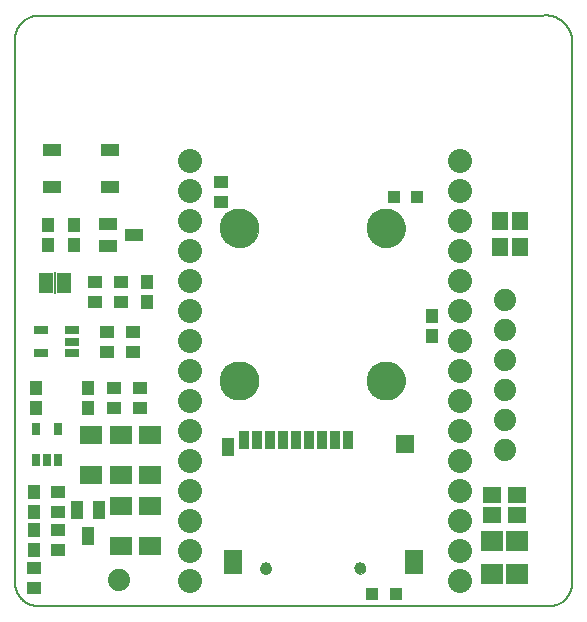
<source format=gts>
G75*
%MOIN*%
%OFA0B0*%
%FSLAX25Y25*%
%IPPOS*%
%LPD*%
%AMOC8*
5,1,8,0,0,1.08239X$1,22.5*
%
%ADD10C,0.00700*%
%ADD11C,0.00000*%
%ADD12C,0.12998*%
%ADD13R,0.06306X0.05518*%
%ADD14R,0.03400X0.06400*%
%ADD15R,0.04400X0.06400*%
%ADD16R,0.06400X0.08400*%
%ADD17R,0.06400X0.06400*%
%ADD18C,0.03900*%
%ADD19R,0.06306X0.04337*%
%ADD20R,0.05518X0.06306*%
%ADD21R,0.04731X0.04337*%
%ADD22C,0.08000*%
%ADD23R,0.07487X0.06699*%
%ADD24R,0.04337X0.04731*%
%ADD25R,0.05124X0.02762*%
%ADD26R,0.03117X0.04298*%
%ADD27R,0.04337X0.05912*%
%ADD28R,0.07487X0.05912*%
%ADD29C,0.07400*%
%ADD30R,0.05912X0.04337*%
%ADD31R,0.04337X0.04337*%
%ADD32R,0.05000X0.06700*%
%ADD33R,0.00600X0.07200*%
D10*
X0016222Y0028529D02*
X0186207Y0028529D01*
X0186397Y0028531D01*
X0186587Y0028538D01*
X0186777Y0028550D01*
X0186967Y0028566D01*
X0187156Y0028586D01*
X0187345Y0028612D01*
X0187533Y0028641D01*
X0187720Y0028676D01*
X0187906Y0028715D01*
X0188091Y0028758D01*
X0188276Y0028806D01*
X0188459Y0028858D01*
X0188640Y0028914D01*
X0188820Y0028975D01*
X0188999Y0029041D01*
X0189176Y0029110D01*
X0189352Y0029184D01*
X0189525Y0029262D01*
X0189697Y0029345D01*
X0189866Y0029431D01*
X0190034Y0029521D01*
X0190199Y0029616D01*
X0190362Y0029714D01*
X0190522Y0029817D01*
X0190680Y0029923D01*
X0190835Y0030033D01*
X0190988Y0030146D01*
X0191138Y0030264D01*
X0191284Y0030385D01*
X0191428Y0030509D01*
X0191569Y0030637D01*
X0191707Y0030768D01*
X0191842Y0030903D01*
X0191973Y0031041D01*
X0192101Y0031182D01*
X0192225Y0031326D01*
X0192346Y0031472D01*
X0192464Y0031622D01*
X0192577Y0031775D01*
X0192687Y0031930D01*
X0192793Y0032088D01*
X0192896Y0032248D01*
X0192994Y0032411D01*
X0193089Y0032576D01*
X0193179Y0032744D01*
X0193265Y0032913D01*
X0193348Y0033085D01*
X0193426Y0033258D01*
X0193500Y0033434D01*
X0193569Y0033611D01*
X0193635Y0033790D01*
X0193696Y0033970D01*
X0193752Y0034151D01*
X0193804Y0034334D01*
X0193852Y0034519D01*
X0193895Y0034704D01*
X0193934Y0034890D01*
X0193969Y0035077D01*
X0193998Y0035265D01*
X0194024Y0035454D01*
X0194044Y0035643D01*
X0194060Y0035833D01*
X0194072Y0036023D01*
X0194079Y0036213D01*
X0194081Y0036403D01*
X0194081Y0217506D01*
X0194080Y0217505D02*
X0194054Y0217719D01*
X0194023Y0217932D01*
X0193986Y0218144D01*
X0193944Y0218356D01*
X0193897Y0218566D01*
X0193845Y0218775D01*
X0193788Y0218983D01*
X0193726Y0219189D01*
X0193659Y0219394D01*
X0193588Y0219597D01*
X0193511Y0219798D01*
X0193429Y0219997D01*
X0193343Y0220195D01*
X0193252Y0220390D01*
X0193156Y0220583D01*
X0193055Y0220773D01*
X0192950Y0220961D01*
X0192841Y0221147D01*
X0192727Y0221329D01*
X0192608Y0221509D01*
X0192486Y0221686D01*
X0192359Y0221860D01*
X0192228Y0222031D01*
X0192092Y0222199D01*
X0191953Y0222363D01*
X0191810Y0222524D01*
X0191663Y0222682D01*
X0191512Y0222835D01*
X0191358Y0222986D01*
X0191200Y0223132D01*
X0191038Y0223275D01*
X0190874Y0223413D01*
X0190705Y0223548D01*
X0190534Y0223678D01*
X0190360Y0223804D01*
X0190182Y0223926D01*
X0190002Y0224044D01*
X0189818Y0224157D01*
X0189633Y0224266D01*
X0189444Y0224371D01*
X0189253Y0224470D01*
X0189060Y0224565D01*
X0188864Y0224656D01*
X0188667Y0224741D01*
X0188467Y0224822D01*
X0188266Y0224898D01*
X0188062Y0224969D01*
X0187857Y0225035D01*
X0187651Y0225097D01*
X0187443Y0225153D01*
X0187234Y0225204D01*
X0187023Y0225250D01*
X0186812Y0225291D01*
X0186599Y0225327D01*
X0186386Y0225358D01*
X0186172Y0225383D01*
X0185958Y0225404D01*
X0185743Y0225419D01*
X0185528Y0225429D01*
X0185313Y0225434D01*
X0185097Y0225433D01*
X0184882Y0225428D01*
X0184667Y0225417D01*
X0184452Y0225401D01*
X0184238Y0225379D01*
X0184238Y0225380D02*
X0016222Y0225380D01*
X0016032Y0225378D01*
X0015842Y0225371D01*
X0015652Y0225359D01*
X0015462Y0225343D01*
X0015273Y0225323D01*
X0015084Y0225297D01*
X0014896Y0225268D01*
X0014709Y0225233D01*
X0014523Y0225194D01*
X0014338Y0225151D01*
X0014153Y0225103D01*
X0013970Y0225051D01*
X0013789Y0224995D01*
X0013609Y0224934D01*
X0013430Y0224868D01*
X0013253Y0224799D01*
X0013077Y0224725D01*
X0012904Y0224647D01*
X0012732Y0224564D01*
X0012563Y0224478D01*
X0012395Y0224388D01*
X0012230Y0224293D01*
X0012067Y0224195D01*
X0011907Y0224092D01*
X0011749Y0223986D01*
X0011594Y0223876D01*
X0011441Y0223763D01*
X0011291Y0223645D01*
X0011145Y0223524D01*
X0011001Y0223400D01*
X0010860Y0223272D01*
X0010722Y0223141D01*
X0010587Y0223006D01*
X0010456Y0222868D01*
X0010328Y0222727D01*
X0010204Y0222583D01*
X0010083Y0222437D01*
X0009965Y0222287D01*
X0009852Y0222134D01*
X0009742Y0221979D01*
X0009636Y0221821D01*
X0009533Y0221661D01*
X0009435Y0221498D01*
X0009340Y0221333D01*
X0009250Y0221165D01*
X0009164Y0220996D01*
X0009081Y0220824D01*
X0009003Y0220651D01*
X0008929Y0220475D01*
X0008860Y0220298D01*
X0008794Y0220119D01*
X0008733Y0219939D01*
X0008677Y0219758D01*
X0008625Y0219575D01*
X0008577Y0219390D01*
X0008534Y0219205D01*
X0008495Y0219019D01*
X0008460Y0218832D01*
X0008431Y0218644D01*
X0008405Y0218455D01*
X0008385Y0218266D01*
X0008369Y0218076D01*
X0008357Y0217886D01*
X0008350Y0217696D01*
X0008348Y0217506D01*
X0008348Y0036403D01*
X0008350Y0036213D01*
X0008357Y0036023D01*
X0008369Y0035833D01*
X0008385Y0035643D01*
X0008405Y0035454D01*
X0008431Y0035265D01*
X0008460Y0035077D01*
X0008495Y0034890D01*
X0008534Y0034704D01*
X0008577Y0034519D01*
X0008625Y0034334D01*
X0008677Y0034151D01*
X0008733Y0033970D01*
X0008794Y0033790D01*
X0008860Y0033611D01*
X0008929Y0033434D01*
X0009003Y0033258D01*
X0009081Y0033085D01*
X0009164Y0032913D01*
X0009250Y0032744D01*
X0009340Y0032576D01*
X0009435Y0032411D01*
X0009533Y0032248D01*
X0009636Y0032088D01*
X0009742Y0031930D01*
X0009852Y0031775D01*
X0009965Y0031622D01*
X0010083Y0031472D01*
X0010204Y0031326D01*
X0010328Y0031182D01*
X0010456Y0031041D01*
X0010587Y0030903D01*
X0010722Y0030768D01*
X0010860Y0030637D01*
X0011001Y0030509D01*
X0011145Y0030385D01*
X0011291Y0030264D01*
X0011441Y0030146D01*
X0011594Y0030033D01*
X0011749Y0029923D01*
X0011907Y0029817D01*
X0012067Y0029714D01*
X0012230Y0029616D01*
X0012395Y0029521D01*
X0012563Y0029431D01*
X0012732Y0029345D01*
X0012904Y0029262D01*
X0013077Y0029184D01*
X0013253Y0029110D01*
X0013430Y0029041D01*
X0013609Y0028975D01*
X0013789Y0028914D01*
X0013970Y0028858D01*
X0014153Y0028806D01*
X0014338Y0028758D01*
X0014523Y0028715D01*
X0014709Y0028676D01*
X0014896Y0028641D01*
X0015084Y0028612D01*
X0015273Y0028586D01*
X0015462Y0028566D01*
X0015652Y0028550D01*
X0015842Y0028538D01*
X0016032Y0028531D01*
X0016222Y0028529D01*
D11*
X0076853Y0103726D02*
X0076855Y0103884D01*
X0076861Y0104042D01*
X0076871Y0104200D01*
X0076885Y0104358D01*
X0076903Y0104515D01*
X0076924Y0104672D01*
X0076950Y0104828D01*
X0076980Y0104984D01*
X0077013Y0105139D01*
X0077051Y0105292D01*
X0077092Y0105445D01*
X0077137Y0105597D01*
X0077186Y0105748D01*
X0077239Y0105897D01*
X0077295Y0106045D01*
X0077355Y0106191D01*
X0077419Y0106336D01*
X0077487Y0106479D01*
X0077558Y0106621D01*
X0077632Y0106761D01*
X0077710Y0106898D01*
X0077792Y0107034D01*
X0077876Y0107168D01*
X0077965Y0107299D01*
X0078056Y0107428D01*
X0078151Y0107555D01*
X0078248Y0107680D01*
X0078349Y0107802D01*
X0078453Y0107921D01*
X0078560Y0108038D01*
X0078670Y0108152D01*
X0078783Y0108263D01*
X0078898Y0108372D01*
X0079016Y0108477D01*
X0079137Y0108579D01*
X0079260Y0108679D01*
X0079386Y0108775D01*
X0079514Y0108868D01*
X0079644Y0108958D01*
X0079777Y0109044D01*
X0079912Y0109128D01*
X0080048Y0109207D01*
X0080187Y0109284D01*
X0080328Y0109356D01*
X0080470Y0109426D01*
X0080614Y0109491D01*
X0080760Y0109553D01*
X0080907Y0109611D01*
X0081056Y0109666D01*
X0081206Y0109717D01*
X0081357Y0109764D01*
X0081509Y0109807D01*
X0081662Y0109846D01*
X0081817Y0109882D01*
X0081972Y0109913D01*
X0082128Y0109941D01*
X0082284Y0109965D01*
X0082441Y0109985D01*
X0082599Y0110001D01*
X0082756Y0110013D01*
X0082915Y0110021D01*
X0083073Y0110025D01*
X0083231Y0110025D01*
X0083389Y0110021D01*
X0083548Y0110013D01*
X0083705Y0110001D01*
X0083863Y0109985D01*
X0084020Y0109965D01*
X0084176Y0109941D01*
X0084332Y0109913D01*
X0084487Y0109882D01*
X0084642Y0109846D01*
X0084795Y0109807D01*
X0084947Y0109764D01*
X0085098Y0109717D01*
X0085248Y0109666D01*
X0085397Y0109611D01*
X0085544Y0109553D01*
X0085690Y0109491D01*
X0085834Y0109426D01*
X0085976Y0109356D01*
X0086117Y0109284D01*
X0086256Y0109207D01*
X0086392Y0109128D01*
X0086527Y0109044D01*
X0086660Y0108958D01*
X0086790Y0108868D01*
X0086918Y0108775D01*
X0087044Y0108679D01*
X0087167Y0108579D01*
X0087288Y0108477D01*
X0087406Y0108372D01*
X0087521Y0108263D01*
X0087634Y0108152D01*
X0087744Y0108038D01*
X0087851Y0107921D01*
X0087955Y0107802D01*
X0088056Y0107680D01*
X0088153Y0107555D01*
X0088248Y0107428D01*
X0088339Y0107299D01*
X0088428Y0107168D01*
X0088512Y0107034D01*
X0088594Y0106898D01*
X0088672Y0106761D01*
X0088746Y0106621D01*
X0088817Y0106479D01*
X0088885Y0106336D01*
X0088949Y0106191D01*
X0089009Y0106045D01*
X0089065Y0105897D01*
X0089118Y0105748D01*
X0089167Y0105597D01*
X0089212Y0105445D01*
X0089253Y0105292D01*
X0089291Y0105139D01*
X0089324Y0104984D01*
X0089354Y0104828D01*
X0089380Y0104672D01*
X0089401Y0104515D01*
X0089419Y0104358D01*
X0089433Y0104200D01*
X0089443Y0104042D01*
X0089449Y0103884D01*
X0089451Y0103726D01*
X0089449Y0103568D01*
X0089443Y0103410D01*
X0089433Y0103252D01*
X0089419Y0103094D01*
X0089401Y0102937D01*
X0089380Y0102780D01*
X0089354Y0102624D01*
X0089324Y0102468D01*
X0089291Y0102313D01*
X0089253Y0102160D01*
X0089212Y0102007D01*
X0089167Y0101855D01*
X0089118Y0101704D01*
X0089065Y0101555D01*
X0089009Y0101407D01*
X0088949Y0101261D01*
X0088885Y0101116D01*
X0088817Y0100973D01*
X0088746Y0100831D01*
X0088672Y0100691D01*
X0088594Y0100554D01*
X0088512Y0100418D01*
X0088428Y0100284D01*
X0088339Y0100153D01*
X0088248Y0100024D01*
X0088153Y0099897D01*
X0088056Y0099772D01*
X0087955Y0099650D01*
X0087851Y0099531D01*
X0087744Y0099414D01*
X0087634Y0099300D01*
X0087521Y0099189D01*
X0087406Y0099080D01*
X0087288Y0098975D01*
X0087167Y0098873D01*
X0087044Y0098773D01*
X0086918Y0098677D01*
X0086790Y0098584D01*
X0086660Y0098494D01*
X0086527Y0098408D01*
X0086392Y0098324D01*
X0086256Y0098245D01*
X0086117Y0098168D01*
X0085976Y0098096D01*
X0085834Y0098026D01*
X0085690Y0097961D01*
X0085544Y0097899D01*
X0085397Y0097841D01*
X0085248Y0097786D01*
X0085098Y0097735D01*
X0084947Y0097688D01*
X0084795Y0097645D01*
X0084642Y0097606D01*
X0084487Y0097570D01*
X0084332Y0097539D01*
X0084176Y0097511D01*
X0084020Y0097487D01*
X0083863Y0097467D01*
X0083705Y0097451D01*
X0083548Y0097439D01*
X0083389Y0097431D01*
X0083231Y0097427D01*
X0083073Y0097427D01*
X0082915Y0097431D01*
X0082756Y0097439D01*
X0082599Y0097451D01*
X0082441Y0097467D01*
X0082284Y0097487D01*
X0082128Y0097511D01*
X0081972Y0097539D01*
X0081817Y0097570D01*
X0081662Y0097606D01*
X0081509Y0097645D01*
X0081357Y0097688D01*
X0081206Y0097735D01*
X0081056Y0097786D01*
X0080907Y0097841D01*
X0080760Y0097899D01*
X0080614Y0097961D01*
X0080470Y0098026D01*
X0080328Y0098096D01*
X0080187Y0098168D01*
X0080048Y0098245D01*
X0079912Y0098324D01*
X0079777Y0098408D01*
X0079644Y0098494D01*
X0079514Y0098584D01*
X0079386Y0098677D01*
X0079260Y0098773D01*
X0079137Y0098873D01*
X0079016Y0098975D01*
X0078898Y0099080D01*
X0078783Y0099189D01*
X0078670Y0099300D01*
X0078560Y0099414D01*
X0078453Y0099531D01*
X0078349Y0099650D01*
X0078248Y0099772D01*
X0078151Y0099897D01*
X0078056Y0100024D01*
X0077965Y0100153D01*
X0077876Y0100284D01*
X0077792Y0100418D01*
X0077710Y0100554D01*
X0077632Y0100691D01*
X0077558Y0100831D01*
X0077487Y0100973D01*
X0077419Y0101116D01*
X0077355Y0101261D01*
X0077295Y0101407D01*
X0077239Y0101555D01*
X0077186Y0101704D01*
X0077137Y0101855D01*
X0077092Y0102007D01*
X0077051Y0102160D01*
X0077013Y0102313D01*
X0076980Y0102468D01*
X0076950Y0102624D01*
X0076924Y0102780D01*
X0076903Y0102937D01*
X0076885Y0103094D01*
X0076871Y0103252D01*
X0076861Y0103410D01*
X0076855Y0103568D01*
X0076853Y0103726D01*
X0076853Y0154513D02*
X0076855Y0154671D01*
X0076861Y0154829D01*
X0076871Y0154987D01*
X0076885Y0155145D01*
X0076903Y0155302D01*
X0076924Y0155459D01*
X0076950Y0155615D01*
X0076980Y0155771D01*
X0077013Y0155926D01*
X0077051Y0156079D01*
X0077092Y0156232D01*
X0077137Y0156384D01*
X0077186Y0156535D01*
X0077239Y0156684D01*
X0077295Y0156832D01*
X0077355Y0156978D01*
X0077419Y0157123D01*
X0077487Y0157266D01*
X0077558Y0157408D01*
X0077632Y0157548D01*
X0077710Y0157685D01*
X0077792Y0157821D01*
X0077876Y0157955D01*
X0077965Y0158086D01*
X0078056Y0158215D01*
X0078151Y0158342D01*
X0078248Y0158467D01*
X0078349Y0158589D01*
X0078453Y0158708D01*
X0078560Y0158825D01*
X0078670Y0158939D01*
X0078783Y0159050D01*
X0078898Y0159159D01*
X0079016Y0159264D01*
X0079137Y0159366D01*
X0079260Y0159466D01*
X0079386Y0159562D01*
X0079514Y0159655D01*
X0079644Y0159745D01*
X0079777Y0159831D01*
X0079912Y0159915D01*
X0080048Y0159994D01*
X0080187Y0160071D01*
X0080328Y0160143D01*
X0080470Y0160213D01*
X0080614Y0160278D01*
X0080760Y0160340D01*
X0080907Y0160398D01*
X0081056Y0160453D01*
X0081206Y0160504D01*
X0081357Y0160551D01*
X0081509Y0160594D01*
X0081662Y0160633D01*
X0081817Y0160669D01*
X0081972Y0160700D01*
X0082128Y0160728D01*
X0082284Y0160752D01*
X0082441Y0160772D01*
X0082599Y0160788D01*
X0082756Y0160800D01*
X0082915Y0160808D01*
X0083073Y0160812D01*
X0083231Y0160812D01*
X0083389Y0160808D01*
X0083548Y0160800D01*
X0083705Y0160788D01*
X0083863Y0160772D01*
X0084020Y0160752D01*
X0084176Y0160728D01*
X0084332Y0160700D01*
X0084487Y0160669D01*
X0084642Y0160633D01*
X0084795Y0160594D01*
X0084947Y0160551D01*
X0085098Y0160504D01*
X0085248Y0160453D01*
X0085397Y0160398D01*
X0085544Y0160340D01*
X0085690Y0160278D01*
X0085834Y0160213D01*
X0085976Y0160143D01*
X0086117Y0160071D01*
X0086256Y0159994D01*
X0086392Y0159915D01*
X0086527Y0159831D01*
X0086660Y0159745D01*
X0086790Y0159655D01*
X0086918Y0159562D01*
X0087044Y0159466D01*
X0087167Y0159366D01*
X0087288Y0159264D01*
X0087406Y0159159D01*
X0087521Y0159050D01*
X0087634Y0158939D01*
X0087744Y0158825D01*
X0087851Y0158708D01*
X0087955Y0158589D01*
X0088056Y0158467D01*
X0088153Y0158342D01*
X0088248Y0158215D01*
X0088339Y0158086D01*
X0088428Y0157955D01*
X0088512Y0157821D01*
X0088594Y0157685D01*
X0088672Y0157548D01*
X0088746Y0157408D01*
X0088817Y0157266D01*
X0088885Y0157123D01*
X0088949Y0156978D01*
X0089009Y0156832D01*
X0089065Y0156684D01*
X0089118Y0156535D01*
X0089167Y0156384D01*
X0089212Y0156232D01*
X0089253Y0156079D01*
X0089291Y0155926D01*
X0089324Y0155771D01*
X0089354Y0155615D01*
X0089380Y0155459D01*
X0089401Y0155302D01*
X0089419Y0155145D01*
X0089433Y0154987D01*
X0089443Y0154829D01*
X0089449Y0154671D01*
X0089451Y0154513D01*
X0089449Y0154355D01*
X0089443Y0154197D01*
X0089433Y0154039D01*
X0089419Y0153881D01*
X0089401Y0153724D01*
X0089380Y0153567D01*
X0089354Y0153411D01*
X0089324Y0153255D01*
X0089291Y0153100D01*
X0089253Y0152947D01*
X0089212Y0152794D01*
X0089167Y0152642D01*
X0089118Y0152491D01*
X0089065Y0152342D01*
X0089009Y0152194D01*
X0088949Y0152048D01*
X0088885Y0151903D01*
X0088817Y0151760D01*
X0088746Y0151618D01*
X0088672Y0151478D01*
X0088594Y0151341D01*
X0088512Y0151205D01*
X0088428Y0151071D01*
X0088339Y0150940D01*
X0088248Y0150811D01*
X0088153Y0150684D01*
X0088056Y0150559D01*
X0087955Y0150437D01*
X0087851Y0150318D01*
X0087744Y0150201D01*
X0087634Y0150087D01*
X0087521Y0149976D01*
X0087406Y0149867D01*
X0087288Y0149762D01*
X0087167Y0149660D01*
X0087044Y0149560D01*
X0086918Y0149464D01*
X0086790Y0149371D01*
X0086660Y0149281D01*
X0086527Y0149195D01*
X0086392Y0149111D01*
X0086256Y0149032D01*
X0086117Y0148955D01*
X0085976Y0148883D01*
X0085834Y0148813D01*
X0085690Y0148748D01*
X0085544Y0148686D01*
X0085397Y0148628D01*
X0085248Y0148573D01*
X0085098Y0148522D01*
X0084947Y0148475D01*
X0084795Y0148432D01*
X0084642Y0148393D01*
X0084487Y0148357D01*
X0084332Y0148326D01*
X0084176Y0148298D01*
X0084020Y0148274D01*
X0083863Y0148254D01*
X0083705Y0148238D01*
X0083548Y0148226D01*
X0083389Y0148218D01*
X0083231Y0148214D01*
X0083073Y0148214D01*
X0082915Y0148218D01*
X0082756Y0148226D01*
X0082599Y0148238D01*
X0082441Y0148254D01*
X0082284Y0148274D01*
X0082128Y0148298D01*
X0081972Y0148326D01*
X0081817Y0148357D01*
X0081662Y0148393D01*
X0081509Y0148432D01*
X0081357Y0148475D01*
X0081206Y0148522D01*
X0081056Y0148573D01*
X0080907Y0148628D01*
X0080760Y0148686D01*
X0080614Y0148748D01*
X0080470Y0148813D01*
X0080328Y0148883D01*
X0080187Y0148955D01*
X0080048Y0149032D01*
X0079912Y0149111D01*
X0079777Y0149195D01*
X0079644Y0149281D01*
X0079514Y0149371D01*
X0079386Y0149464D01*
X0079260Y0149560D01*
X0079137Y0149660D01*
X0079016Y0149762D01*
X0078898Y0149867D01*
X0078783Y0149976D01*
X0078670Y0150087D01*
X0078560Y0150201D01*
X0078453Y0150318D01*
X0078349Y0150437D01*
X0078248Y0150559D01*
X0078151Y0150684D01*
X0078056Y0150811D01*
X0077965Y0150940D01*
X0077876Y0151071D01*
X0077792Y0151205D01*
X0077710Y0151341D01*
X0077632Y0151478D01*
X0077558Y0151618D01*
X0077487Y0151760D01*
X0077419Y0151903D01*
X0077355Y0152048D01*
X0077295Y0152194D01*
X0077239Y0152342D01*
X0077186Y0152491D01*
X0077137Y0152642D01*
X0077092Y0152794D01*
X0077051Y0152947D01*
X0077013Y0153100D01*
X0076980Y0153255D01*
X0076950Y0153411D01*
X0076924Y0153567D01*
X0076903Y0153724D01*
X0076885Y0153881D01*
X0076871Y0154039D01*
X0076861Y0154197D01*
X0076855Y0154355D01*
X0076853Y0154513D01*
X0125672Y0154513D02*
X0125674Y0154671D01*
X0125680Y0154829D01*
X0125690Y0154987D01*
X0125704Y0155145D01*
X0125722Y0155302D01*
X0125743Y0155459D01*
X0125769Y0155615D01*
X0125799Y0155771D01*
X0125832Y0155926D01*
X0125870Y0156079D01*
X0125911Y0156232D01*
X0125956Y0156384D01*
X0126005Y0156535D01*
X0126058Y0156684D01*
X0126114Y0156832D01*
X0126174Y0156978D01*
X0126238Y0157123D01*
X0126306Y0157266D01*
X0126377Y0157408D01*
X0126451Y0157548D01*
X0126529Y0157685D01*
X0126611Y0157821D01*
X0126695Y0157955D01*
X0126784Y0158086D01*
X0126875Y0158215D01*
X0126970Y0158342D01*
X0127067Y0158467D01*
X0127168Y0158589D01*
X0127272Y0158708D01*
X0127379Y0158825D01*
X0127489Y0158939D01*
X0127602Y0159050D01*
X0127717Y0159159D01*
X0127835Y0159264D01*
X0127956Y0159366D01*
X0128079Y0159466D01*
X0128205Y0159562D01*
X0128333Y0159655D01*
X0128463Y0159745D01*
X0128596Y0159831D01*
X0128731Y0159915D01*
X0128867Y0159994D01*
X0129006Y0160071D01*
X0129147Y0160143D01*
X0129289Y0160213D01*
X0129433Y0160278D01*
X0129579Y0160340D01*
X0129726Y0160398D01*
X0129875Y0160453D01*
X0130025Y0160504D01*
X0130176Y0160551D01*
X0130328Y0160594D01*
X0130481Y0160633D01*
X0130636Y0160669D01*
X0130791Y0160700D01*
X0130947Y0160728D01*
X0131103Y0160752D01*
X0131260Y0160772D01*
X0131418Y0160788D01*
X0131575Y0160800D01*
X0131734Y0160808D01*
X0131892Y0160812D01*
X0132050Y0160812D01*
X0132208Y0160808D01*
X0132367Y0160800D01*
X0132524Y0160788D01*
X0132682Y0160772D01*
X0132839Y0160752D01*
X0132995Y0160728D01*
X0133151Y0160700D01*
X0133306Y0160669D01*
X0133461Y0160633D01*
X0133614Y0160594D01*
X0133766Y0160551D01*
X0133917Y0160504D01*
X0134067Y0160453D01*
X0134216Y0160398D01*
X0134363Y0160340D01*
X0134509Y0160278D01*
X0134653Y0160213D01*
X0134795Y0160143D01*
X0134936Y0160071D01*
X0135075Y0159994D01*
X0135211Y0159915D01*
X0135346Y0159831D01*
X0135479Y0159745D01*
X0135609Y0159655D01*
X0135737Y0159562D01*
X0135863Y0159466D01*
X0135986Y0159366D01*
X0136107Y0159264D01*
X0136225Y0159159D01*
X0136340Y0159050D01*
X0136453Y0158939D01*
X0136563Y0158825D01*
X0136670Y0158708D01*
X0136774Y0158589D01*
X0136875Y0158467D01*
X0136972Y0158342D01*
X0137067Y0158215D01*
X0137158Y0158086D01*
X0137247Y0157955D01*
X0137331Y0157821D01*
X0137413Y0157685D01*
X0137491Y0157548D01*
X0137565Y0157408D01*
X0137636Y0157266D01*
X0137704Y0157123D01*
X0137768Y0156978D01*
X0137828Y0156832D01*
X0137884Y0156684D01*
X0137937Y0156535D01*
X0137986Y0156384D01*
X0138031Y0156232D01*
X0138072Y0156079D01*
X0138110Y0155926D01*
X0138143Y0155771D01*
X0138173Y0155615D01*
X0138199Y0155459D01*
X0138220Y0155302D01*
X0138238Y0155145D01*
X0138252Y0154987D01*
X0138262Y0154829D01*
X0138268Y0154671D01*
X0138270Y0154513D01*
X0138268Y0154355D01*
X0138262Y0154197D01*
X0138252Y0154039D01*
X0138238Y0153881D01*
X0138220Y0153724D01*
X0138199Y0153567D01*
X0138173Y0153411D01*
X0138143Y0153255D01*
X0138110Y0153100D01*
X0138072Y0152947D01*
X0138031Y0152794D01*
X0137986Y0152642D01*
X0137937Y0152491D01*
X0137884Y0152342D01*
X0137828Y0152194D01*
X0137768Y0152048D01*
X0137704Y0151903D01*
X0137636Y0151760D01*
X0137565Y0151618D01*
X0137491Y0151478D01*
X0137413Y0151341D01*
X0137331Y0151205D01*
X0137247Y0151071D01*
X0137158Y0150940D01*
X0137067Y0150811D01*
X0136972Y0150684D01*
X0136875Y0150559D01*
X0136774Y0150437D01*
X0136670Y0150318D01*
X0136563Y0150201D01*
X0136453Y0150087D01*
X0136340Y0149976D01*
X0136225Y0149867D01*
X0136107Y0149762D01*
X0135986Y0149660D01*
X0135863Y0149560D01*
X0135737Y0149464D01*
X0135609Y0149371D01*
X0135479Y0149281D01*
X0135346Y0149195D01*
X0135211Y0149111D01*
X0135075Y0149032D01*
X0134936Y0148955D01*
X0134795Y0148883D01*
X0134653Y0148813D01*
X0134509Y0148748D01*
X0134363Y0148686D01*
X0134216Y0148628D01*
X0134067Y0148573D01*
X0133917Y0148522D01*
X0133766Y0148475D01*
X0133614Y0148432D01*
X0133461Y0148393D01*
X0133306Y0148357D01*
X0133151Y0148326D01*
X0132995Y0148298D01*
X0132839Y0148274D01*
X0132682Y0148254D01*
X0132524Y0148238D01*
X0132367Y0148226D01*
X0132208Y0148218D01*
X0132050Y0148214D01*
X0131892Y0148214D01*
X0131734Y0148218D01*
X0131575Y0148226D01*
X0131418Y0148238D01*
X0131260Y0148254D01*
X0131103Y0148274D01*
X0130947Y0148298D01*
X0130791Y0148326D01*
X0130636Y0148357D01*
X0130481Y0148393D01*
X0130328Y0148432D01*
X0130176Y0148475D01*
X0130025Y0148522D01*
X0129875Y0148573D01*
X0129726Y0148628D01*
X0129579Y0148686D01*
X0129433Y0148748D01*
X0129289Y0148813D01*
X0129147Y0148883D01*
X0129006Y0148955D01*
X0128867Y0149032D01*
X0128731Y0149111D01*
X0128596Y0149195D01*
X0128463Y0149281D01*
X0128333Y0149371D01*
X0128205Y0149464D01*
X0128079Y0149560D01*
X0127956Y0149660D01*
X0127835Y0149762D01*
X0127717Y0149867D01*
X0127602Y0149976D01*
X0127489Y0150087D01*
X0127379Y0150201D01*
X0127272Y0150318D01*
X0127168Y0150437D01*
X0127067Y0150559D01*
X0126970Y0150684D01*
X0126875Y0150811D01*
X0126784Y0150940D01*
X0126695Y0151071D01*
X0126611Y0151205D01*
X0126529Y0151341D01*
X0126451Y0151478D01*
X0126377Y0151618D01*
X0126306Y0151760D01*
X0126238Y0151903D01*
X0126174Y0152048D01*
X0126114Y0152194D01*
X0126058Y0152342D01*
X0126005Y0152491D01*
X0125956Y0152642D01*
X0125911Y0152794D01*
X0125870Y0152947D01*
X0125832Y0153100D01*
X0125799Y0153255D01*
X0125769Y0153411D01*
X0125743Y0153567D01*
X0125722Y0153724D01*
X0125704Y0153881D01*
X0125690Y0154039D01*
X0125680Y0154197D01*
X0125674Y0154355D01*
X0125672Y0154513D01*
X0125672Y0103726D02*
X0125674Y0103884D01*
X0125680Y0104042D01*
X0125690Y0104200D01*
X0125704Y0104358D01*
X0125722Y0104515D01*
X0125743Y0104672D01*
X0125769Y0104828D01*
X0125799Y0104984D01*
X0125832Y0105139D01*
X0125870Y0105292D01*
X0125911Y0105445D01*
X0125956Y0105597D01*
X0126005Y0105748D01*
X0126058Y0105897D01*
X0126114Y0106045D01*
X0126174Y0106191D01*
X0126238Y0106336D01*
X0126306Y0106479D01*
X0126377Y0106621D01*
X0126451Y0106761D01*
X0126529Y0106898D01*
X0126611Y0107034D01*
X0126695Y0107168D01*
X0126784Y0107299D01*
X0126875Y0107428D01*
X0126970Y0107555D01*
X0127067Y0107680D01*
X0127168Y0107802D01*
X0127272Y0107921D01*
X0127379Y0108038D01*
X0127489Y0108152D01*
X0127602Y0108263D01*
X0127717Y0108372D01*
X0127835Y0108477D01*
X0127956Y0108579D01*
X0128079Y0108679D01*
X0128205Y0108775D01*
X0128333Y0108868D01*
X0128463Y0108958D01*
X0128596Y0109044D01*
X0128731Y0109128D01*
X0128867Y0109207D01*
X0129006Y0109284D01*
X0129147Y0109356D01*
X0129289Y0109426D01*
X0129433Y0109491D01*
X0129579Y0109553D01*
X0129726Y0109611D01*
X0129875Y0109666D01*
X0130025Y0109717D01*
X0130176Y0109764D01*
X0130328Y0109807D01*
X0130481Y0109846D01*
X0130636Y0109882D01*
X0130791Y0109913D01*
X0130947Y0109941D01*
X0131103Y0109965D01*
X0131260Y0109985D01*
X0131418Y0110001D01*
X0131575Y0110013D01*
X0131734Y0110021D01*
X0131892Y0110025D01*
X0132050Y0110025D01*
X0132208Y0110021D01*
X0132367Y0110013D01*
X0132524Y0110001D01*
X0132682Y0109985D01*
X0132839Y0109965D01*
X0132995Y0109941D01*
X0133151Y0109913D01*
X0133306Y0109882D01*
X0133461Y0109846D01*
X0133614Y0109807D01*
X0133766Y0109764D01*
X0133917Y0109717D01*
X0134067Y0109666D01*
X0134216Y0109611D01*
X0134363Y0109553D01*
X0134509Y0109491D01*
X0134653Y0109426D01*
X0134795Y0109356D01*
X0134936Y0109284D01*
X0135075Y0109207D01*
X0135211Y0109128D01*
X0135346Y0109044D01*
X0135479Y0108958D01*
X0135609Y0108868D01*
X0135737Y0108775D01*
X0135863Y0108679D01*
X0135986Y0108579D01*
X0136107Y0108477D01*
X0136225Y0108372D01*
X0136340Y0108263D01*
X0136453Y0108152D01*
X0136563Y0108038D01*
X0136670Y0107921D01*
X0136774Y0107802D01*
X0136875Y0107680D01*
X0136972Y0107555D01*
X0137067Y0107428D01*
X0137158Y0107299D01*
X0137247Y0107168D01*
X0137331Y0107034D01*
X0137413Y0106898D01*
X0137491Y0106761D01*
X0137565Y0106621D01*
X0137636Y0106479D01*
X0137704Y0106336D01*
X0137768Y0106191D01*
X0137828Y0106045D01*
X0137884Y0105897D01*
X0137937Y0105748D01*
X0137986Y0105597D01*
X0138031Y0105445D01*
X0138072Y0105292D01*
X0138110Y0105139D01*
X0138143Y0104984D01*
X0138173Y0104828D01*
X0138199Y0104672D01*
X0138220Y0104515D01*
X0138238Y0104358D01*
X0138252Y0104200D01*
X0138262Y0104042D01*
X0138268Y0103884D01*
X0138270Y0103726D01*
X0138268Y0103568D01*
X0138262Y0103410D01*
X0138252Y0103252D01*
X0138238Y0103094D01*
X0138220Y0102937D01*
X0138199Y0102780D01*
X0138173Y0102624D01*
X0138143Y0102468D01*
X0138110Y0102313D01*
X0138072Y0102160D01*
X0138031Y0102007D01*
X0137986Y0101855D01*
X0137937Y0101704D01*
X0137884Y0101555D01*
X0137828Y0101407D01*
X0137768Y0101261D01*
X0137704Y0101116D01*
X0137636Y0100973D01*
X0137565Y0100831D01*
X0137491Y0100691D01*
X0137413Y0100554D01*
X0137331Y0100418D01*
X0137247Y0100284D01*
X0137158Y0100153D01*
X0137067Y0100024D01*
X0136972Y0099897D01*
X0136875Y0099772D01*
X0136774Y0099650D01*
X0136670Y0099531D01*
X0136563Y0099414D01*
X0136453Y0099300D01*
X0136340Y0099189D01*
X0136225Y0099080D01*
X0136107Y0098975D01*
X0135986Y0098873D01*
X0135863Y0098773D01*
X0135737Y0098677D01*
X0135609Y0098584D01*
X0135479Y0098494D01*
X0135346Y0098408D01*
X0135211Y0098324D01*
X0135075Y0098245D01*
X0134936Y0098168D01*
X0134795Y0098096D01*
X0134653Y0098026D01*
X0134509Y0097961D01*
X0134363Y0097899D01*
X0134216Y0097841D01*
X0134067Y0097786D01*
X0133917Y0097735D01*
X0133766Y0097688D01*
X0133614Y0097645D01*
X0133461Y0097606D01*
X0133306Y0097570D01*
X0133151Y0097539D01*
X0132995Y0097511D01*
X0132839Y0097487D01*
X0132682Y0097467D01*
X0132524Y0097451D01*
X0132367Y0097439D01*
X0132208Y0097431D01*
X0132050Y0097427D01*
X0131892Y0097427D01*
X0131734Y0097431D01*
X0131575Y0097439D01*
X0131418Y0097451D01*
X0131260Y0097467D01*
X0131103Y0097487D01*
X0130947Y0097511D01*
X0130791Y0097539D01*
X0130636Y0097570D01*
X0130481Y0097606D01*
X0130328Y0097645D01*
X0130176Y0097688D01*
X0130025Y0097735D01*
X0129875Y0097786D01*
X0129726Y0097841D01*
X0129579Y0097899D01*
X0129433Y0097961D01*
X0129289Y0098026D01*
X0129147Y0098096D01*
X0129006Y0098168D01*
X0128867Y0098245D01*
X0128731Y0098324D01*
X0128596Y0098408D01*
X0128463Y0098494D01*
X0128333Y0098584D01*
X0128205Y0098677D01*
X0128079Y0098773D01*
X0127956Y0098873D01*
X0127835Y0098975D01*
X0127717Y0099080D01*
X0127602Y0099189D01*
X0127489Y0099300D01*
X0127379Y0099414D01*
X0127272Y0099531D01*
X0127168Y0099650D01*
X0127067Y0099772D01*
X0126970Y0099897D01*
X0126875Y0100024D01*
X0126784Y0100153D01*
X0126695Y0100284D01*
X0126611Y0100418D01*
X0126529Y0100554D01*
X0126451Y0100691D01*
X0126377Y0100831D01*
X0126306Y0100973D01*
X0126238Y0101116D01*
X0126174Y0101261D01*
X0126114Y0101407D01*
X0126058Y0101555D01*
X0126005Y0101704D01*
X0125956Y0101855D01*
X0125911Y0102007D01*
X0125870Y0102160D01*
X0125832Y0102313D01*
X0125799Y0102468D01*
X0125769Y0102624D01*
X0125743Y0102780D01*
X0125722Y0102937D01*
X0125704Y0103094D01*
X0125690Y0103252D01*
X0125680Y0103410D01*
X0125674Y0103568D01*
X0125672Y0103726D01*
X0121614Y0041100D02*
X0121616Y0041183D01*
X0121622Y0041266D01*
X0121632Y0041349D01*
X0121646Y0041431D01*
X0121663Y0041513D01*
X0121685Y0041593D01*
X0121710Y0041672D01*
X0121739Y0041750D01*
X0121772Y0041827D01*
X0121809Y0041902D01*
X0121848Y0041975D01*
X0121892Y0042046D01*
X0121938Y0042115D01*
X0121988Y0042182D01*
X0122041Y0042246D01*
X0122097Y0042308D01*
X0122156Y0042367D01*
X0122218Y0042423D01*
X0122282Y0042476D01*
X0122349Y0042526D01*
X0122418Y0042572D01*
X0122489Y0042616D01*
X0122562Y0042655D01*
X0122637Y0042692D01*
X0122714Y0042725D01*
X0122792Y0042754D01*
X0122871Y0042779D01*
X0122951Y0042801D01*
X0123033Y0042818D01*
X0123115Y0042832D01*
X0123198Y0042842D01*
X0123281Y0042848D01*
X0123364Y0042850D01*
X0123447Y0042848D01*
X0123530Y0042842D01*
X0123613Y0042832D01*
X0123695Y0042818D01*
X0123777Y0042801D01*
X0123857Y0042779D01*
X0123936Y0042754D01*
X0124014Y0042725D01*
X0124091Y0042692D01*
X0124166Y0042655D01*
X0124239Y0042616D01*
X0124310Y0042572D01*
X0124379Y0042526D01*
X0124446Y0042476D01*
X0124510Y0042423D01*
X0124572Y0042367D01*
X0124631Y0042308D01*
X0124687Y0042246D01*
X0124740Y0042182D01*
X0124790Y0042115D01*
X0124836Y0042046D01*
X0124880Y0041975D01*
X0124919Y0041902D01*
X0124956Y0041827D01*
X0124989Y0041750D01*
X0125018Y0041672D01*
X0125043Y0041593D01*
X0125065Y0041513D01*
X0125082Y0041431D01*
X0125096Y0041349D01*
X0125106Y0041266D01*
X0125112Y0041183D01*
X0125114Y0041100D01*
X0125112Y0041017D01*
X0125106Y0040934D01*
X0125096Y0040851D01*
X0125082Y0040769D01*
X0125065Y0040687D01*
X0125043Y0040607D01*
X0125018Y0040528D01*
X0124989Y0040450D01*
X0124956Y0040373D01*
X0124919Y0040298D01*
X0124880Y0040225D01*
X0124836Y0040154D01*
X0124790Y0040085D01*
X0124740Y0040018D01*
X0124687Y0039954D01*
X0124631Y0039892D01*
X0124572Y0039833D01*
X0124510Y0039777D01*
X0124446Y0039724D01*
X0124379Y0039674D01*
X0124310Y0039628D01*
X0124239Y0039584D01*
X0124166Y0039545D01*
X0124091Y0039508D01*
X0124014Y0039475D01*
X0123936Y0039446D01*
X0123857Y0039421D01*
X0123777Y0039399D01*
X0123695Y0039382D01*
X0123613Y0039368D01*
X0123530Y0039358D01*
X0123447Y0039352D01*
X0123364Y0039350D01*
X0123281Y0039352D01*
X0123198Y0039358D01*
X0123115Y0039368D01*
X0123033Y0039382D01*
X0122951Y0039399D01*
X0122871Y0039421D01*
X0122792Y0039446D01*
X0122714Y0039475D01*
X0122637Y0039508D01*
X0122562Y0039545D01*
X0122489Y0039584D01*
X0122418Y0039628D01*
X0122349Y0039674D01*
X0122282Y0039724D01*
X0122218Y0039777D01*
X0122156Y0039833D01*
X0122097Y0039892D01*
X0122041Y0039954D01*
X0121988Y0040018D01*
X0121938Y0040085D01*
X0121892Y0040154D01*
X0121848Y0040225D01*
X0121809Y0040298D01*
X0121772Y0040373D01*
X0121739Y0040450D01*
X0121710Y0040528D01*
X0121685Y0040607D01*
X0121663Y0040687D01*
X0121646Y0040769D01*
X0121632Y0040851D01*
X0121622Y0040934D01*
X0121616Y0041017D01*
X0121614Y0041100D01*
X0090118Y0041100D02*
X0090120Y0041183D01*
X0090126Y0041266D01*
X0090136Y0041349D01*
X0090150Y0041431D01*
X0090167Y0041513D01*
X0090189Y0041593D01*
X0090214Y0041672D01*
X0090243Y0041750D01*
X0090276Y0041827D01*
X0090313Y0041902D01*
X0090352Y0041975D01*
X0090396Y0042046D01*
X0090442Y0042115D01*
X0090492Y0042182D01*
X0090545Y0042246D01*
X0090601Y0042308D01*
X0090660Y0042367D01*
X0090722Y0042423D01*
X0090786Y0042476D01*
X0090853Y0042526D01*
X0090922Y0042572D01*
X0090993Y0042616D01*
X0091066Y0042655D01*
X0091141Y0042692D01*
X0091218Y0042725D01*
X0091296Y0042754D01*
X0091375Y0042779D01*
X0091455Y0042801D01*
X0091537Y0042818D01*
X0091619Y0042832D01*
X0091702Y0042842D01*
X0091785Y0042848D01*
X0091868Y0042850D01*
X0091951Y0042848D01*
X0092034Y0042842D01*
X0092117Y0042832D01*
X0092199Y0042818D01*
X0092281Y0042801D01*
X0092361Y0042779D01*
X0092440Y0042754D01*
X0092518Y0042725D01*
X0092595Y0042692D01*
X0092670Y0042655D01*
X0092743Y0042616D01*
X0092814Y0042572D01*
X0092883Y0042526D01*
X0092950Y0042476D01*
X0093014Y0042423D01*
X0093076Y0042367D01*
X0093135Y0042308D01*
X0093191Y0042246D01*
X0093244Y0042182D01*
X0093294Y0042115D01*
X0093340Y0042046D01*
X0093384Y0041975D01*
X0093423Y0041902D01*
X0093460Y0041827D01*
X0093493Y0041750D01*
X0093522Y0041672D01*
X0093547Y0041593D01*
X0093569Y0041513D01*
X0093586Y0041431D01*
X0093600Y0041349D01*
X0093610Y0041266D01*
X0093616Y0041183D01*
X0093618Y0041100D01*
X0093616Y0041017D01*
X0093610Y0040934D01*
X0093600Y0040851D01*
X0093586Y0040769D01*
X0093569Y0040687D01*
X0093547Y0040607D01*
X0093522Y0040528D01*
X0093493Y0040450D01*
X0093460Y0040373D01*
X0093423Y0040298D01*
X0093384Y0040225D01*
X0093340Y0040154D01*
X0093294Y0040085D01*
X0093244Y0040018D01*
X0093191Y0039954D01*
X0093135Y0039892D01*
X0093076Y0039833D01*
X0093014Y0039777D01*
X0092950Y0039724D01*
X0092883Y0039674D01*
X0092814Y0039628D01*
X0092743Y0039584D01*
X0092670Y0039545D01*
X0092595Y0039508D01*
X0092518Y0039475D01*
X0092440Y0039446D01*
X0092361Y0039421D01*
X0092281Y0039399D01*
X0092199Y0039382D01*
X0092117Y0039368D01*
X0092034Y0039358D01*
X0091951Y0039352D01*
X0091868Y0039350D01*
X0091785Y0039352D01*
X0091702Y0039358D01*
X0091619Y0039368D01*
X0091537Y0039382D01*
X0091455Y0039399D01*
X0091375Y0039421D01*
X0091296Y0039446D01*
X0091218Y0039475D01*
X0091141Y0039508D01*
X0091066Y0039545D01*
X0090993Y0039584D01*
X0090922Y0039628D01*
X0090853Y0039674D01*
X0090786Y0039724D01*
X0090722Y0039777D01*
X0090660Y0039833D01*
X0090601Y0039892D01*
X0090545Y0039954D01*
X0090492Y0040018D01*
X0090442Y0040085D01*
X0090396Y0040154D01*
X0090352Y0040225D01*
X0090313Y0040298D01*
X0090276Y0040373D01*
X0090243Y0040450D01*
X0090214Y0040528D01*
X0090189Y0040607D01*
X0090167Y0040687D01*
X0090150Y0040769D01*
X0090136Y0040851D01*
X0090126Y0040934D01*
X0090120Y0041017D01*
X0090118Y0041100D01*
D12*
X0083152Y0103726D03*
X0083152Y0154513D03*
X0131971Y0154513D03*
X0131971Y0103726D03*
D13*
X0167404Y0065734D03*
X0167404Y0059041D03*
X0175671Y0059041D03*
X0175671Y0065734D03*
D14*
X0119427Y0084013D03*
X0115097Y0084013D03*
X0110766Y0084013D03*
X0106435Y0084013D03*
X0102104Y0084013D03*
X0097774Y0084013D03*
X0093443Y0084013D03*
X0089112Y0084013D03*
X0084782Y0084013D03*
D15*
X0079482Y0081651D03*
D16*
X0080845Y0043175D03*
X0141474Y0043175D03*
D17*
X0138250Y0082470D03*
D18*
X0123364Y0041100D03*
X0091868Y0041100D03*
D19*
X0039963Y0168135D03*
X0039963Y0180734D03*
X0020671Y0180734D03*
X0020671Y0168135D03*
D20*
X0169963Y0156876D03*
X0176656Y0156876D03*
X0176656Y0148143D03*
X0169963Y0148143D03*
D21*
X0077049Y0163372D03*
X0077049Y0170065D03*
X0043782Y0136600D03*
X0043782Y0129907D03*
X0035120Y0129907D03*
X0035120Y0136600D03*
X0039057Y0120065D03*
X0039057Y0113372D03*
X0047719Y0113372D03*
X0047719Y0120065D03*
X0050081Y0101167D03*
X0050081Y0094474D03*
X0041419Y0094474D03*
X0041419Y0101167D03*
X0022522Y0066521D03*
X0022522Y0059828D03*
X0022522Y0053923D03*
X0022522Y0047230D03*
X0014648Y0041324D03*
X0014648Y0034632D03*
D22*
X0066616Y0036876D03*
X0066616Y0046876D03*
X0066616Y0056876D03*
X0066616Y0066876D03*
X0066616Y0076876D03*
X0066616Y0086876D03*
X0066616Y0096876D03*
X0066616Y0106876D03*
X0066616Y0116876D03*
X0066616Y0126876D03*
X0066616Y0136876D03*
X0066616Y0146876D03*
X0066616Y0156876D03*
X0066616Y0166876D03*
X0066616Y0176876D03*
X0156616Y0176876D03*
X0156616Y0166876D03*
X0156616Y0156876D03*
X0156616Y0146876D03*
X0156616Y0136876D03*
X0156616Y0126876D03*
X0156616Y0116876D03*
X0156616Y0106876D03*
X0156616Y0096876D03*
X0156616Y0086876D03*
X0156616Y0076876D03*
X0156616Y0066876D03*
X0156616Y0056876D03*
X0156616Y0046876D03*
X0156616Y0036876D03*
D23*
X0167404Y0039159D03*
X0175671Y0039159D03*
X0175671Y0050183D03*
X0167404Y0050183D03*
D24*
X0147325Y0118490D03*
X0147325Y0125183D03*
X0052443Y0129907D03*
X0052443Y0136600D03*
X0028034Y0148805D03*
X0028034Y0155498D03*
X0019372Y0155498D03*
X0019372Y0148805D03*
X0015435Y0101167D03*
X0015435Y0094474D03*
X0032758Y0094474D03*
X0032758Y0101167D03*
X0014648Y0066521D03*
X0014648Y0059828D03*
X0014648Y0053923D03*
X0014648Y0047230D03*
D25*
X0016986Y0112978D03*
X0016986Y0120458D03*
X0027270Y0120458D03*
X0027270Y0116718D03*
X0027270Y0112978D03*
D26*
X0022719Y0087584D03*
X0015238Y0087584D03*
X0015238Y0077387D03*
X0018978Y0077387D03*
X0022719Y0077387D03*
D27*
X0029018Y0060419D03*
X0036498Y0060419D03*
X0032758Y0051758D03*
D28*
X0043782Y0048608D03*
X0053230Y0048608D03*
X0053230Y0061994D03*
X0053230Y0072230D03*
X0043782Y0072230D03*
X0043782Y0061994D03*
X0033545Y0072230D03*
X0033545Y0085616D03*
X0043782Y0085616D03*
X0053230Y0085616D03*
D29*
X0042994Y0037191D03*
X0171656Y0080576D03*
X0171656Y0090576D03*
X0171656Y0100576D03*
X0171656Y0110576D03*
X0171656Y0120576D03*
X0171656Y0130576D03*
D30*
X0048112Y0152151D03*
X0039451Y0148411D03*
X0039451Y0155891D03*
D31*
X0134600Y0164899D03*
X0142474Y0164899D03*
X0135285Y0032529D03*
X0127411Y0032529D03*
D32*
X0024734Y0136403D03*
X0018734Y0136403D03*
D33*
X0021734Y0136403D03*
M02*

</source>
